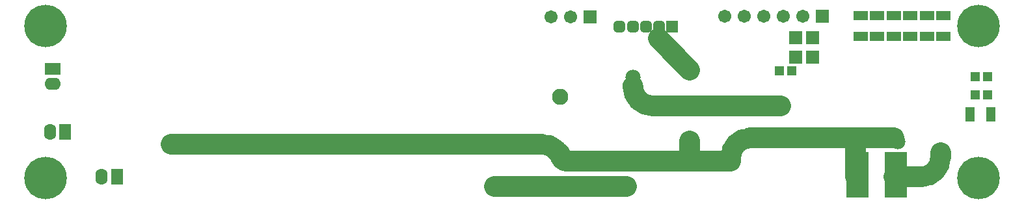
<source format=gbs>
%FSAX24Y24*%
%MOIN*%
G70*
G01*
G75*
G04 Layer_Color=16711935*
%ADD10C,0.1000*%
%ADD11C,0.0100*%
%ADD12C,0.1200*%
%ADD13C,0.0200*%
%ADD14C,0.0300*%
%ADD15C,0.0400*%
%ADD16C,0.0150*%
%ADD17C,0.0500*%
%ADD18O,0.0709X0.0118*%
%ADD19O,0.0118X0.0709*%
%ADD20R,0.0413X0.0394*%
%ADD21R,0.0433X0.0669*%
%ADD22R,0.1181X0.2362*%
%ADD23R,0.0276X0.0354*%
%ADD24R,0.0374X0.0394*%
%ADD25R,0.0118X0.0157*%
%ADD26R,0.0394X0.0413*%
%ADD27O,0.0866X0.0236*%
%ADD28R,0.0787X0.0787*%
%ADD29R,0.0394X0.0374*%
%ADD30R,0.0433X0.0236*%
%ADD31R,0.1496X0.0984*%
%ADD32R,0.0787X0.0197*%
%ADD33R,0.0315X0.0315*%
%ADD34R,0.4110X0.3504*%
%ADD35R,0.0394X0.1339*%
%ADD36C,0.0150*%
%ADD37C,0.3000*%
%ADD38C,0.0700*%
%ADD39R,0.0550X0.0750*%
%ADD40O,0.0550X0.0750*%
%ADD41R,0.0750X0.0550*%
%ADD42O,0.0750X0.0550*%
%ADD43C,0.0591*%
%ADD44R,0.0591X0.0591*%
%ADD45C,0.0748*%
%ADD46C,0.2100*%
G04:AMPARAMS|DCode=47|XSize=51mil|YSize=51mil|CornerRadius=12.8mil|HoleSize=0mil|Usage=FLASHONLY|Rotation=0.000|XOffset=0mil|YOffset=0mil|HoleType=Round|Shape=RoundedRectangle|*
%AMROUNDEDRECTD47*
21,1,0.0510,0.0255,0,0,0.0*
21,1,0.0255,0.0510,0,0,0.0*
1,1,0.0255,0.0128,-0.0128*
1,1,0.0255,-0.0128,-0.0128*
1,1,0.0255,-0.0128,0.0128*
1,1,0.0255,0.0128,0.0128*
%
%ADD47ROUNDEDRECTD47*%
%ADD48R,0.0510X0.0510*%
%ADD49C,0.0250*%
%ADD50C,0.0700*%
%ADD51R,0.0630X0.0591*%
%ADD52R,0.0669X0.0433*%
%ADD53C,0.0098*%
%ADD54C,0.0236*%
%ADD55C,0.0050*%
%ADD56C,0.0079*%
%ADD57O,0.1080X0.1000*%
%ADD58O,0.1280X0.1200*%
%ADD59O,0.0789X0.0198*%
%ADD60O,0.0198X0.0789*%
%ADD61R,0.0493X0.0474*%
%ADD62R,0.0513X0.0749*%
%ADD63R,0.0356X0.0434*%
%ADD64R,0.0454X0.0474*%
%ADD65R,0.0198X0.0237*%
%ADD66R,0.0474X0.0493*%
%ADD67O,0.0946X0.0316*%
%ADD68R,0.0867X0.0867*%
%ADD69R,0.0474X0.0454*%
%ADD70R,0.0513X0.0316*%
%ADD71R,0.1576X0.1064*%
%ADD72R,0.0867X0.0277*%
%ADD73R,0.0395X0.0395*%
%ADD74R,0.4190X0.3584*%
%ADD75R,0.0474X0.1419*%
%ADD76C,0.0230*%
%ADD77C,0.1080*%
%ADD78C,0.1280*%
%ADD79C,0.3080*%
%ADD80R,0.0630X0.0830*%
%ADD81O,0.0630X0.0830*%
%ADD82R,0.0830X0.0630*%
%ADD83O,0.0830X0.0630*%
%ADD84C,0.0671*%
%ADD85R,0.0671X0.0671*%
%ADD86C,0.0828*%
%ADD87C,0.2180*%
G04:AMPARAMS|DCode=88|XSize=59mil|YSize=59mil|CornerRadius=16.8mil|HoleSize=0mil|Usage=FLASHONLY|Rotation=0.000|XOffset=0mil|YOffset=0mil|HoleType=Round|Shape=RoundedRectangle|*
%AMROUNDEDRECTD88*
21,1,0.0590,0.0255,0,0,0.0*
21,1,0.0255,0.0590,0,0,0.0*
1,1,0.0335,0.0128,-0.0128*
1,1,0.0335,-0.0128,-0.0128*
1,1,0.0335,-0.0128,0.0128*
1,1,0.0335,0.0128,0.0128*
%
%ADD88ROUNDEDRECTD88*%
%ADD89R,0.0590X0.0590*%
%ADD90C,0.0780*%
%ADD91R,0.0710X0.0671*%
%ADD92R,0.0749X0.0513*%
D22*
X042700Y001250D02*
D03*
X044668D02*
D03*
D57*
X045950Y001150D02*
G03*
X046950Y002150I000000J001000D01*
G01*
X037200Y003150D02*
G03*
X036200Y002150I000000J-001000D01*
G01*
X027237Y002537D02*
G03*
X026529Y002830I-000707J-000707D01*
G01*
X027450Y002324D02*
G03*
X027824Y001950I000374J000000D01*
G01*
X031185Y005800D02*
G03*
X032185Y004800I001000J000000D01*
G01*
D61*
X039315Y006600D02*
D03*
X038685D02*
D03*
X048735Y006300D02*
D03*
X049365D02*
D03*
X048720Y005350D02*
D03*
X049350D02*
D03*
D62*
X049531Y004350D02*
D03*
X048468D02*
D03*
D77*
X044569Y001150D02*
X045950D01*
X046950Y002150D02*
Y002400D01*
X042600Y003150D02*
X044550D01*
X041650D02*
X042600D01*
Y001150D02*
Y003150D01*
X017650Y002830D02*
X018300D01*
X015300D02*
X017650D01*
X024100Y000650D02*
X030850D01*
X037200Y003150D02*
X037600D01*
X041650D01*
X018300Y002830D02*
X026529D01*
X027237Y002537D02*
X027450Y002324D01*
X010500Y002830D02*
X015300D01*
X034100Y002000D02*
Y003000D01*
X034150Y001950D02*
X036200D01*
X027824D02*
X034050D01*
X032483Y008255D02*
X034100Y006638D01*
X007520Y002830D02*
X010500D01*
X032185Y004800D02*
X038750D01*
D80*
X004750Y001150D02*
D03*
X002100Y003450D02*
D03*
D81*
X003963Y001150D02*
D03*
X001313Y003450D02*
D03*
D82*
X001450Y006700D02*
D03*
D83*
Y005913D02*
D03*
D84*
X035900Y009400D02*
D03*
X036900D02*
D03*
X037900D02*
D03*
X038900D02*
D03*
X039900D02*
D03*
X027000Y009350D02*
D03*
X028000D02*
D03*
D85*
X040900Y009400D02*
D03*
X029000Y009350D02*
D03*
D86*
X027450Y002324D02*
D03*
Y005276D02*
D03*
D87*
X001100Y008900D02*
D03*
Y001100D02*
D03*
X048900D02*
D03*
Y008900D02*
D03*
D88*
X031850Y008850D02*
D03*
X032520D02*
D03*
X031180D02*
D03*
X030510D02*
D03*
D89*
X033190D02*
D03*
D90*
X046950Y002400D02*
D03*
X030850Y000650D02*
D03*
X024100D02*
D03*
X044750Y002950D02*
D03*
X041650Y003150D02*
D03*
X037600D02*
D03*
X010500Y002830D02*
D03*
X034100Y003000D02*
D03*
X031185Y006265D02*
D03*
X007500Y002850D02*
D03*
X038750Y004800D02*
D03*
X034100Y006638D02*
D03*
D91*
X039535Y008286D02*
D03*
X040378D02*
D03*
X039535Y007286D02*
D03*
X040378D02*
D03*
D92*
X047100Y009431D02*
D03*
Y008369D02*
D03*
X046250Y009431D02*
D03*
Y008369D02*
D03*
X045400Y009431D02*
D03*
Y008369D02*
D03*
X044550Y009431D02*
D03*
Y008369D02*
D03*
X043700Y009431D02*
D03*
Y008369D02*
D03*
X042850Y009431D02*
D03*
Y008369D02*
D03*
M02*

</source>
